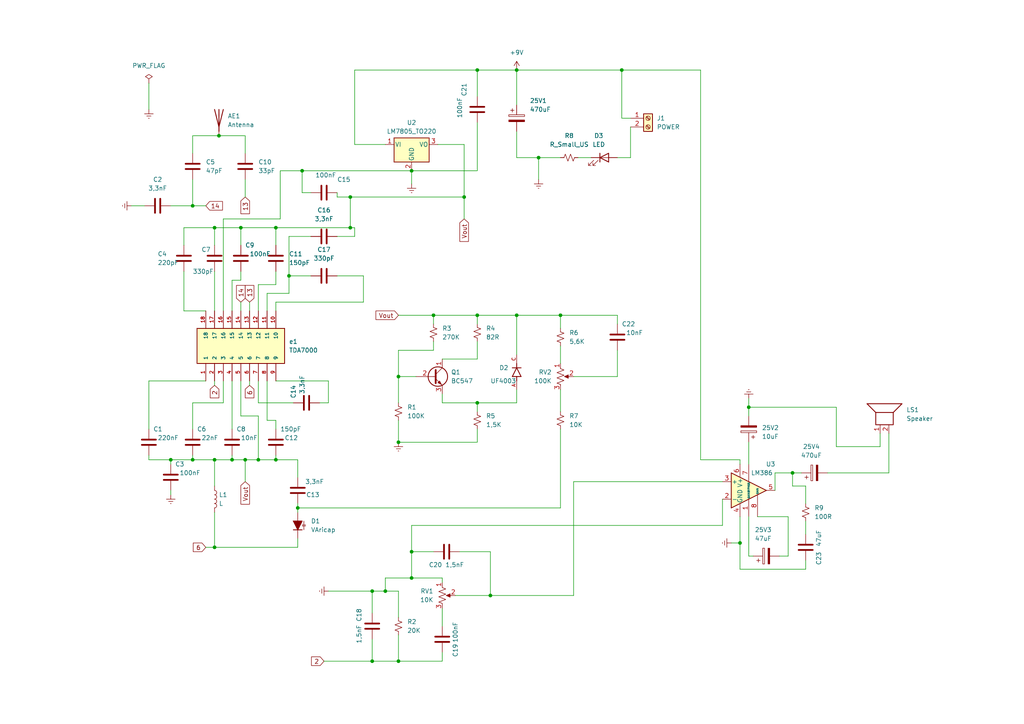
<source format=kicad_sch>
(kicad_sch (version 20230121) (generator eeschema)
  (paper "A4")
  (title_block (title "Fm Radio Receiver Module") (date "15.12.2023") (rev "1.0") (company "by Muxtar_Safarov"))
  (lib_symbols
    (symbol "Amplifier_Audio:LM386" (pin_names (offset 0.127))
      (property "Reference" "U" (at 1.27 7.62 0))
      (property "Value" "LM386" (at 1.27 5.08 0))
      (symbol "LM386_0_1"
        (polyline (pts (xy 5.08 0) (xy -5.08 5.08) (xy -5.08 -5.08) (xy 5.08 0)) (stroke (width 0.254)) (fill (type background)))
      )
      (symbol "LM386_1_1"
        (pin input line (at 0 -7.62 90) (length 5.08) (name "GAIN") (number "1"))
        (pin input line (at -7.62 -2.54 0) (length 2.54) (name "-") (number "2"))
        (pin input line (at -7.62 2.54 0) (length 2.54) (name "+") (number "3"))
        (pin power_in line (at -2.54 -7.62 90) (length 3.81) (name "GND") (number "4"))
        (pin output line (at 7.62 0 180) (length 2.54) (name "~") (number "5"))
        (pin power_in line (at -2.54 7.62 270) (length 3.81) (name "V+") (number "6"))
        (pin input line (at 0 7.62 270) (length 5.08) (name "BYPASS") (number "7"))
        (pin input line (at 2.54 -7.62 90) (length 6.35) (name "GAIN") (number "8"))
      )
    )
    (symbol "Connector:Screw_Terminal_01x02" (pin_names (offset 1.016) hide)
      (property "Reference" "J" (at 0 2.54 0))
      (property "Value" "Screw_Terminal_01x02" (at 0 -5.08 0))
      (symbol "Screw_Terminal_01x02_1_1"
        (rectangle (start -1.27 1.27) (end 1.27 -3.81) (stroke (width 0.254)) (fill (type background)))
        (circle (center 0 -2.54) (radius 0.635) (stroke (width 0.1524)))
        (polyline (pts (xy -0.5334 -2.2098) (xy 0.3302 -3.048)) (stroke (width 0.1524)))
        (polyline (pts (xy -0.5334 0.3302) (xy 0.3302 -0.508)) (stroke (width 0.1524)))
        (polyline (pts (xy -0.3556 -2.032) (xy 0.508 -2.8702)) (stroke (width 0.1524)))
        (polyline (pts (xy -0.3556 0.508) (xy 0.508 -0.3302)) (stroke (width 0.1524)))
        (circle (center 0 0) (radius 0.635) (stroke (width 0.1524)))
        (pin passive line (at -5.08 0 0) (length 3.81) (name "Pin_1") (number "1"))
        (pin passive line (at -5.08 -2.54 0) (length 3.81) (name "Pin_2") (number "2"))
      )
    )
    (symbol "Device:Antenna" (pin_numbers hide) (pin_names (offset 1.016) hide)
      (property "Reference" "AE" (at -1.905 1.905 0))
      (property "Value" "Antenna" (at -1.905 0 0))
      (symbol "Antenna_0_1"
        (polyline (pts (xy 0 2.54) (xy 0 -3.81)) (stroke (width 0.254)))
        (polyline (pts (xy 1.27 2.54) (xy 0 -2.54) (xy -1.27 2.54)) (stroke (width 0.254)))
      )
      (symbol "Antenna_1_1"
        (pin input line (at 0 -5.08 90) (length 2.54) (name "A") (number "1"))
      )
    )
    (symbol "Device:C" (pin_numbers hide) (pin_names (offset 0.254))
      (property "Reference" "C" (at 0.635 2.54 0))
      (property "Value" "C" (at 0.635 -2.54 0))
      (symbol "C_0_1"
        (polyline (pts (xy -2.032 -0.762) (xy 2.032 -0.762)) (stroke (width 0.508)))
        (polyline (pts (xy -2.032 0.762) (xy 2.032 0.762)) (stroke (width 0.508)))
      )
      (symbol "C_1_1"
        (pin passive line (at 0 3.81 270) (length 2.794) (name "~") (number "1"))
        (pin passive line (at 0 -3.81 90) (length 2.794) (name "~") (number "2"))
      )
    )
    (symbol "Device:C_Polarized" (pin_numbers hide) (pin_names (offset 0.254))
      (property "Reference" "C" (at 0.635 2.54 0))
      (property "Value" "C_Polarized" (at 0.635 -2.54 0))
      (symbol "C_Polarized_0_1"
        (rectangle (start -2.286 0.508) (end 2.286 1.016))
        (polyline (pts (xy -1.778 2.286) (xy -0.762 2.286)))
        (polyline (pts (xy -1.27 2.794) (xy -1.27 1.778)))
        (rectangle (start 2.286 -0.508) (end -2.286 -1.016) (fill (type outline)))
      )
      (symbol "C_Polarized_1_1"
        (pin passive line (at 0 3.81 270) (length 2.794) (name "~") (number "1"))
        (pin passive line (at 0 -3.81 90) (length 2.794) (name "~") (number "2"))
      )
    )
    (symbol "Device:D_Capacitance_Filled" (pin_numbers hide) (pin_names (offset 1.016) hide)
      (property "Reference" "D" (at 0 2.54 0))
      (property "Value" "D_Capacitance_Filled" (at 0 -3.302 0))
      (symbol "D_Capacitance_Filled_0_1"
        (polyline (pts (xy -1.27 -1.778) (xy -0.1524 -1.778)))
        (polyline (pts (xy -1.27 0) (xy 1.27 0)))
        (polyline (pts (xy -1.27 1.27) (xy -1.27 -1.27)) (stroke (width 0.254)))
        (polyline (pts (xy -0.1524 -1.27) (xy -0.1524 -2.286)))
        (polyline (pts (xy 0.1524 -1.778) (xy 1.27 -1.778)))
        (polyline (pts (xy 0.1524 -1.27) (xy 0.1524 -2.286)))
        (polyline (pts (xy 1.27 1.27) (xy 1.27 -1.27) (xy -1.27 0) (xy 1.27 1.27)) (stroke (width 0.254)) (fill (type outline)))
      )
      (symbol "D_Capacitance_Filled_1_1"
        (pin passive line (at -3.81 0 0) (length 2.54) (name "K") (number "1"))
        (pin passive line (at 3.81 0 180) (length 2.54) (name "A") (number "2"))
      )
    )
    (symbol "Device:L" (pin_numbers hide) (pin_names (offset 1.016) hide)
      (property "Reference" "L" (at -1.27 0 90))
      (property "Value" "L" (at 1.905 0 90))
      (symbol "L_0_1"
        (arc (start 0 -2.54) (mid 0.6323 -1.905) (end 0 -1.27))
        (arc (start 0 -1.27) (mid 0.6323 -0.635) (end 0 0))
        (arc (start 0 0) (mid 0.6323 0.635) (end 0 1.27))
        (arc (start 0 1.27) (mid 0.6323 1.905) (end 0 2.54))
      )
      (symbol "L_1_1"
        (pin passive line (at 0 3.81 270) (length 1.27) (name "1") (number "1"))
        (pin passive line (at 0 -3.81 90) (length 1.27) (name "2") (number "2"))
      )
    )
    (symbol "Device:LED" (pin_numbers hide) (pin_names (offset 1.016) hide)
      (property "Reference" "D" (at 0 2.54 0))
      (property "Value" "LED" (at 0 -2.54 0))
      (symbol "LED_0_1"
        (polyline (pts (xy -1.27 -1.27) (xy -1.27 1.27)) (stroke (width 0.254)))
        (polyline (pts (xy -1.27 0) (xy 1.27 0)))
        (polyline (pts (xy 1.27 -1.27) (xy 1.27 1.27) (xy -1.27 0) (xy 1.27 -1.27)) (stroke (width 0.254)))
        (polyline (pts (xy -3.048 -0.762) (xy -4.572 -2.286) (xy -3.81 -2.286) (xy -4.572 -2.286) (xy -4.572 -1.524)))
        (polyline (pts (xy -1.778 -0.762) (xy -3.302 -2.286) (xy -2.54 -2.286) (xy -3.302 -2.286) (xy -3.302 -1.524)))
      )
      (symbol "LED_1_1"
        (pin passive line (at -3.81 0 0) (length 2.54) (name "K") (number "1"))
        (pin passive line (at 3.81 0 180) (length 2.54) (name "A") (number "2"))
      )
    )
    (symbol "Device:R_Potentiometer_US" (pin_names (offset 1.016) hide)
      (property "Reference" "RV" (at -4.445 0 90))
      (property "Value" "R_Potentiometer_US" (at -2.54 0 90))
      (symbol "R_Potentiometer_US_0_1"
        (polyline (pts (xy 0 -2.286) (xy 0 -2.54)))
        (polyline (pts (xy 0 2.54) (xy 0 2.286)))
        (polyline (pts (xy 2.54 0) (xy 1.524 0)))
        (polyline (pts (xy 1.143 0) (xy 2.286 0.508) (xy 2.286 -0.508) (xy 1.143 0)) (fill (type outline)))
        (polyline (pts (xy 0 -0.762) (xy 1.016 -1.143) (xy 0 -1.524) (xy -1.016 -1.905) (xy 0 -2.286)))
        (polyline (pts (xy 0 0.762) (xy 1.016 0.381) (xy 0 0) (xy -1.016 -0.381) (xy 0 -0.762)))
        (polyline (pts (xy 0 2.286) (xy 1.016 1.905) (xy 0 1.524) (xy -1.016 1.143) (xy 0 0.762)))
      )
      (symbol "R_Potentiometer_US_1_1"
        (pin passive line (at 0 3.81 270) (length 1.27) (name "1") (number "1"))
        (pin passive line (at 3.81 0 180) (length 1.27) (name "2") (number "2"))
        (pin passive line (at 0 -3.81 90) (length 1.27) (name "3") (number "3"))
      )
    )
    (symbol "Device:R_Small_US" (pin_numbers hide) (pin_names (offset 0.254) hide)
      (property "Reference" "R" (at 0.762 0.508 0))
      (property "Value" "R_Small_US" (at 0.762 -1.016 0))
      (symbol "R_Small_US_1_1"
        (polyline (pts (xy 0 0) (xy 1.016 -0.381) (xy 0 -0.762) (xy -1.016 -1.143) (xy 0 -1.524)))
        (polyline (pts (xy 0 1.524) (xy 1.016 1.143) (xy 0 0.762) (xy -1.016 0.381) (xy 0 0)))
        (pin passive line (at 0 2.54 270) (length 1.016) (name "~") (number "1"))
        (pin passive line (at 0 -2.54 90) (length 1.016) (name "~") (number "2"))
      )
    )
    (symbol "Device:Speaker" (pin_names (offset 0) hide)
      (property "Reference" "LS" (at 1.27 5.715 0))
      (property "Value" "Speaker" (at 1.27 3.81 0))
      (symbol "Speaker_0_0"
        (rectangle (start -2.54 1.27) (end 1.016 -3.81) (stroke (width 0.254)))
        (polyline (pts (xy 1.016 1.27) (xy 3.556 3.81) (xy 3.556 -6.35) (xy 1.016 -3.81)) (stroke (width 0.254)))
      )
      (symbol "Speaker_1_1"
        (pin input line (at -5.08 0 0) (length 2.54) (name "1") (number "1"))
        (pin input line (at -5.08 -2.54 0) (length 2.54) (name "2") (number "2"))
      )
    )
    (symbol "Regulator_Linear:LM7805_TO220" (pin_names (offset 0.254))
      (property "Reference" "U" (at -3.81 3.175 0))
      (property "Value" "LM7805_TO220" (at 0 3.175 0))
      (symbol "LM7805_TO220_0_1"
        (rectangle (start -5.08 1.905) (end 5.08 -5.08) (stroke (width 0.254)) (fill (type background)))
      )
      (symbol "LM7805_TO220_1_1"
        (pin power_in line (at -7.62 0 0) (length 2.54) (name "VI") (number "1"))
        (pin power_in line (at 0 -7.62 90) (length 2.54) (name "GND") (number "2"))
        (pin power_out line (at 7.62 0 180) (length 2.54) (name "VO") (number "3"))
      )
    )
    (symbol "TDA7000:TDA7000" (pin_names (offset 1.016))
      (property "Reference" "U" (at -5.0804 12.7009 0))
      (property "Value" "TDA7000" (at -5.0888 -15.2665 0))
      (symbol "TDA7000_0_0"
        (rectangle (start -5.08 -12.7) (end 5.08 12.7) (stroke (width 0.254)) (fill (type background)))
        (pin bidirectional line (at -10.16 10.16 0) (length 5.08) (name "1") (number "1"))
        (pin bidirectional line (at 10.16 -10.16 180) (length 5.08) (name "10") (number "10"))
        (pin bidirectional line (at 10.16 -7.62 180) (length 5.08) (name "11") (number "11"))
        (pin bidirectional line (at 10.16 -5.08 180) (length 5.08) (name "12") (number "12"))
        (pin bidirectional line (at 10.16 -2.54 180) (length 5.08) (name "13") (number "13"))
        (pin bidirectional line (at 10.16 0 180) (length 5.08) (name "14") (number "14"))
        (pin bidirectional line (at 10.16 2.54 180) (length 5.08) (name "15") (number "15"))
        (pin bidirectional line (at 10.16 5.08 180) (length 5.08) (name "16") (number "16"))
        (pin bidirectional line (at 10.16 7.62 180) (length 5.08) (name "17") (number "17"))
        (pin bidirectional line (at 10.16 10.16 180) (length 5.08) (name "18") (number "18"))
        (pin bidirectional line (at -10.16 7.62 0) (length 5.08) (name "2") (number "2"))
        (pin bidirectional line (at -10.16 5.08 0) (length 5.08) (name "3") (number "3"))
        (pin bidirectional line (at -10.16 2.54 0) (length 5.08) (name "4") (number "4"))
        (pin bidirectional line (at -10.16 0 0) (length 5.08) (name "5") (number "5"))
        (pin bidirectional line (at -10.16 -2.54 0) (length 5.08) (name "6") (number "6"))
        (pin bidirectional line (at -10.16 -5.08 0) (length 5.08) (name "7") (number "7"))
        (pin bidirectional line (at -10.16 -7.62 0) (length 5.08) (name "8") (number "8"))
        (pin bidirectional line (at -10.16 -10.16 0) (length 5.08) (name "9") (number "9"))
      )
    )
    (symbol "Transistor_BJT:BC547" (pin_names (offset 0) hide)
      (property "Reference" "Q" (at 5.08 1.905 0))
      (property "Value" "BC547" (at 5.08 0 0))
      (symbol "BC547_0_1"
        (polyline (pts (xy 0 0) (xy 0.635 0)))
        (polyline (pts (xy 0.635 0.635) (xy 2.54 2.54)))
        (polyline (pts (xy 0.635 -0.635) (xy 2.54 -2.54) (xy 2.54 -2.54)))
        (polyline (pts (xy 0.635 1.905) (xy 0.635 -1.905) (xy 0.635 -1.905)) (stroke (width 0.508)))
        (polyline (pts (xy 1.27 -1.778) (xy 1.778 -1.27) (xy 2.286 -2.286) (xy 1.27 -1.778) (xy 1.27 -1.778)) (fill (type outline)))
        (circle (center 1.27 0) (radius 2.8194) (stroke (width 0.254)))
      )
      (symbol "BC547_1_1"
        (pin passive line (at 2.54 5.08 270) (length 2.54) (name "C") (number "1"))
        (pin input line (at -5.08 0 0) (length 5.08) (name "B") (number "2"))
        (pin passive line (at 2.54 -5.08 90) (length 2.54) (name "E") (number "3"))
      )
    )
    (symbol "UF4003:UF4003" (pin_names (offset 1.016))
      (property "Reference" "D" (at -5.08 2.54 0))
      (property "Value" "UF4003" (at -5.08 -3.81 0))
      (symbol "UF4003_0_0"
        (polyline (pts (xy -2.54 0) (xy -1.27 0)) (stroke (width 0.254)))
        (polyline (pts (xy -1.27 -1.27) (xy 1.27 0)) (stroke (width 0.254)))
        (polyline (pts (xy -1.27 0) (xy -1.27 -1.27)) (stroke (width 0.254)))
        (polyline (pts (xy -1.27 1.27) (xy -1.27 0)) (stroke (width 0.254)))
        (polyline (pts (xy 1.27 0) (xy -1.27 1.27)) (stroke (width 0.254)))
        (polyline (pts (xy 1.27 0) (xy 1.27 -1.27)) (stroke (width 0.254)))
        (polyline (pts (xy 1.27 0) (xy 2.54 0)) (stroke (width 0.254)))
        (polyline (pts (xy 1.27 1.27) (xy 1.27 0)) (stroke (width 0.254)))
        (pin passive line (at -5.08 0 0) (length 2.54) (name "~") (number "A"))
        (pin passive line (at 5.08 0 180) (length 2.54) (name "~") (number "C"))
      )
    )
    (symbol "power:+9V" (power) (pin_names (offset 0))
      (property "Value" "+9V" (at 0 3.556 0))
      (symbol "+9V_0_1"
        (polyline (pts (xy -0.762 1.27) (xy 0 2.54)))
        (polyline (pts (xy 0 0) (xy 0 2.54)))
        (polyline (pts (xy 0 2.54) (xy 0.762 1.27)))
      )
      (symbol "+9V_1_1"
        (pin power_in line (at 0 0 90) (length 0) hide (name "+9V") (number "1"))
      )
    )
    (symbol "power:Earth" (power) (pin_names (offset 0))
      (symbol "Earth_0_1"
        (polyline (pts (xy -0.635 -1.905) (xy 0.635 -1.905)))
        (polyline (pts (xy -0.127 -2.54) (xy 0.127 -2.54)))
        (polyline (pts (xy 0 -1.27) (xy 0 0)))
        (polyline (pts (xy 1.27 -1.27) (xy -1.27 -1.27)))
      )
      (symbol "Earth_1_1"
        (pin power_in line (at 0 0 270) (length 0) hide (name "Earth") (number "1"))
      )
    )
    (symbol "power:PWR_FLAG" (power) (pin_numbers hide) (pin_names (offset 0) hide)
      (property "Value" "PWR_FLAG" (at 0 3.81 0))
      (symbol "PWR_FLAG_0_0"
        (pin power_out line (at 0 0 90) (length 0) (name "pwr") (number "1"))
      )
      (symbol "PWR_FLAG_0_1"
        (polyline (pts (xy 0 0) (xy 0 1.27) (xy -1.016 1.905) (xy 0 2.54) (xy 1.016 1.905) (xy 0 1.27)))
      )
    )
  )
  (junction (at 67.31 133.35))
  (junction (at 119.38 160.02))
  (junction (at 229.87 137.16))
  (junction (at 86.36 147.32))
  (junction (at 111.76 171.45))
  (junction (at 125.73 91.44))
  (junction (at 115.57 109.22))
  (junction (at 80.01 66.04))
  (junction (at 55.88 59.69))
  (junction (at 138.43 20.32))
  (junction (at 119.38 167.64))
  (junction (at 214.63 157.48))
  (junction (at 119.38 49.53))
  (junction (at 149.86 91.44))
  (junction (at 142.24 172.72))
  (junction (at 115.57 128.27))
  (junction (at 83.82 80.01))
  (junction (at 80.01 133.35))
  (junction (at 134.62 57.15))
  (junction (at 115.57 191.77))
  (junction (at 69.85 66.04))
  (junction (at 74.93 133.35))
  (junction (at 62.23 158.75))
  (junction (at 162.56 91.44))
  (junction (at 107.95 191.77))
  (junction (at 149.86 20.32))
  (junction (at 156.21 45.72))
  (junction (at 138.43 116.84))
  (junction (at 180.34 20.32))
  (junction (at 107.95 171.45))
  (junction (at 217.17 118.11))
  (junction (at 63.5 39.37))
  (junction (at 101.6 57.15))
  (junction (at 101.6 66.04))
  (junction (at 138.43 91.44))
  (junction (at 87.63 49.53))
  (junction (at 62.23 133.35))
  (junction (at 71.12 133.35))
  (junction (at 55.88 133.35))
  (junction (at 49.53 133.35))
  (junction (at 62.23 66.04))
  (wire (pts (xy 81.28 49.53) (xy 87.63 49.53)))
  (wire (pts (xy 64.77 63.5) (xy 81.28 63.5)))
  (wire (pts (xy 233.68 151.13) (xy 233.68 154.94)))
  (wire (pts (xy 72.39 110.49) (xy 72.39 111.76)))
  (wire (pts (xy 62.23 158.75) (xy 59.69 158.75)))
  (wire (pts (xy 224.79 137.16) (xy 224.79 142.24)))
  (wire (pts (xy 69.85 110.49) (xy 69.85 120.65)))
  (wire (pts (xy 64.77 110.49) (xy 64.77 116.84)))
  (wire (pts (xy 217.17 128.27) (xy 217.17 134.62)))
  (wire (pts (xy 166.37 172.72) (xy 142.24 172.72)))
  (wire (pts (xy 138.43 20.32) (xy 138.43 27.94)))
  (wire (pts (xy 257.81 137.16) (xy 257.81 125.73)))
  (wire (pts (xy 134.62 57.15) (xy 134.62 63.5)))
  (wire (pts (xy 83.82 85.09) (xy 77.47 85.09)))
  (wire (pts (xy 125.73 99.06) (xy 125.73 101.6)))
  (wire (pts (xy 81.28 63.5) (xy 81.28 49.53)))
  (wire (pts (xy 107.95 171.45) (xy 107.95 177.8)))
  (wire (pts (xy 115.57 109.22) (xy 115.57 116.84)))
  (wire (pts (xy 55.88 59.69) (xy 59.69 59.69)))
  (wire (pts (xy 83.82 80.01) (xy 83.82 85.09)))
  (wire (pts (xy 80.01 71.12) (xy 80.01 66.04)))
  (wire (pts (xy 93.98 191.77) (xy 107.95 191.77)))
  (wire (pts (xy 77.47 110.49) (xy 77.47 121.92)))
  (wire (pts (xy 255.27 125.73) (xy 255.27 129.54)))
  (wire (pts (xy 149.86 91.44) (xy 138.43 91.44)))
  (wire (pts (xy 115.57 179.07) (xy 115.57 171.45)))
  (wire (pts (xy 71.12 133.35) (xy 71.12 139.7)))
  (wire (pts (xy 55.88 116.84) (xy 55.88 124.46)))
  (wire (pts (xy 62.23 66.04) (xy 62.23 71.12)))
  (wire (pts (xy 95.25 171.45) (xy 107.95 171.45)))
  (wire (pts (xy 138.43 49.53) (xy 119.38 49.53)))
  (wire (pts (xy 74.93 116.84) (xy 85.09 116.84)))
  (wire (pts (xy 105.41 80.01) (xy 105.41 87.63)))
  (wire (pts (xy 111.76 167.64) (xy 111.76 171.45)))
  (wire (pts (xy 95.25 116.84) (xy 92.71 116.84)))
  (wire (pts (xy 128.27 176.53) (xy 128.27 181.61)))
  (wire (pts (xy 149.86 91.44) (xy 162.56 91.44)))
  (wire (pts (xy 214.63 133.35) (xy 203.2 133.35)))
  (wire (pts (xy 182.88 45.72) (xy 179.07 45.72)))
  (wire (pts (xy 102.87 41.91) (xy 111.76 41.91)))
  (wire (pts (xy 80.01 78.74) (xy 80.01 82.55)))
  (wire (pts (xy 62.23 148.59) (xy 62.23 158.75)))
  (wire (pts (xy 138.43 91.44) (xy 125.73 91.44)))
  (wire (pts (xy 86.36 146.05) (xy 86.36 147.32)))
  (wire (pts (xy 101.6 57.15) (xy 101.6 66.04)))
  (wire (pts (xy 53.34 66.04) (xy 62.23 66.04)))
  (wire (pts (xy 115.57 101.6) (xy 115.57 109.22)))
  (wire (pts (xy 71.12 39.37) (xy 63.5 39.37)))
  (wire (pts (xy 149.86 102.87) (xy 149.86 91.44)))
  (wire (pts (xy 102.87 20.32) (xy 102.87 41.91)))
  (wire (pts (xy 67.31 133.35) (xy 71.12 133.35)))
  (wire (pts (xy 43.18 110.49) (xy 43.18 124.46)))
  (wire (pts (xy 55.88 44.45) (xy 55.88 39.37)))
  (wire (pts (xy 62.23 110.49) (xy 62.23 111.76)))
  (wire (pts (xy 67.31 81.28) (xy 67.31 90.17)))
  (wire (pts (xy 182.88 36.83) (xy 182.88 45.72)))
  (wire (pts (xy 55.88 133.35) (xy 62.23 133.35)))
  (wire (pts (xy 43.18 24.13) (xy 43.18 31.75)))
  (wire (pts (xy 107.95 191.77) (xy 115.57 191.77)))
  (wire (pts (xy 128.27 168.91) (xy 128.27 167.64)))
  (wire (pts (xy 162.56 91.44) (xy 179.07 91.44)))
  (wire (pts (xy 107.95 185.42) (xy 107.95 191.77)))
  (wire (pts (xy 214.63 165.1) (xy 233.68 165.1)))
  (wire (pts (xy 115.57 171.45) (xy 111.76 171.45)))
  (wire (pts (xy 69.85 71.12) (xy 69.85 66.04)))
  (wire (pts (xy 217.17 115.57) (xy 217.17 118.11)))
  (wire (pts (xy 67.31 132.08) (xy 67.31 133.35)))
  (wire (pts (xy 86.36 138.43) (xy 86.36 133.35)))
  (wire (pts (xy 97.79 68.58) (xy 102.87 68.58)))
  (wire (pts (xy 69.85 66.04) (xy 62.23 66.04)))
  (wire (pts (xy 55.88 132.08) (xy 55.88 133.35)))
  (wire (pts (xy 149.86 38.1) (xy 149.86 45.72)))
  (wire (pts (xy 77.47 85.09) (xy 77.47 90.17)))
  (wire (pts (xy 209.55 144.78) (xy 209.55 152.4)))
  (wire (pts (xy 179.07 101.6) (xy 179.07 109.22)))
  (wire (pts (xy 240.03 137.16) (xy 257.81 137.16)))
  (wire (pts (xy 80.01 82.55) (xy 74.93 82.55)))
  (wire (pts (xy 80.01 121.92) (xy 80.01 124.46)))
  (wire (pts (xy 228.6 149.86) (xy 228.6 161.29)))
  (wire (pts (xy 149.86 113.03) (xy 149.86 116.84)))
  (wire (pts (xy 90.17 80.01) (xy 83.82 80.01)))
  (wire (pts (xy 128.27 189.23) (xy 128.27 191.77)))
  (wire (pts (xy 74.93 110.49) (xy 74.93 116.84)))
  (wire (pts (xy 133.35 160.02) (xy 142.24 160.02)))
  (wire (pts (xy 180.34 20.32) (xy 180.34 34.29)))
  (wire (pts (xy 72.39 87.63) (xy 72.39 90.17)))
  (wire (pts (xy 102.87 68.58) (xy 102.87 66.04)))
  (wire (pts (xy 125.73 160.02) (xy 119.38 160.02)))
  (wire (pts (xy 86.36 147.32) (xy 86.36 148.59)))
  (wire (pts (xy 86.36 156.21) (xy 86.36 158.75)))
  (wire (pts (xy 55.88 39.37) (xy 63.5 39.37)))
  (wire (pts (xy 128.27 116.84) (xy 138.43 116.84)))
  (wire (pts (xy 49.53 142.24) (xy 49.53 143.51)))
  (wire (pts (xy 162.56 91.44) (xy 162.56 95.25)))
  (wire (pts (xy 162.56 147.32) (xy 86.36 147.32)))
  (wire (pts (xy 149.86 45.72) (xy 156.21 45.72)))
  (wire (pts (xy 232.41 137.16) (xy 229.87 137.16)))
  (wire (pts (xy 233.68 165.1) (xy 233.68 162.56)))
  (wire (pts (xy 59.69 110.49) (xy 43.18 110.49)))
  (wire (pts (xy 149.86 30.48) (xy 149.86 20.32)))
  (wire (pts (xy 167.64 45.72) (xy 171.45 45.72)))
  (wire (pts (xy 71.12 52.07) (xy 71.12 57.15)))
  (wire (pts (xy 95.25 110.49) (xy 95.25 116.84)))
  (wire (pts (xy 119.38 152.4) (xy 119.38 160.02)))
  (wire (pts (xy 115.57 109.22) (xy 120.65 109.22)))
  (wire (pts (xy 102.87 66.04) (xy 101.6 66.04)))
  (wire (pts (xy 97.79 57.15) (xy 101.6 57.15)))
  (wire (pts (xy 86.36 158.75) (xy 62.23 158.75)))
  (wire (pts (xy 115.57 91.44) (xy 125.73 91.44)))
  (wire (pts (xy 162.56 124.46) (xy 162.56 147.32)))
  (wire (pts (xy 156.21 45.72) (xy 162.56 45.72)))
  (wire (pts (xy 233.68 140.97) (xy 229.87 140.97)))
  (wire (pts (xy 62.23 140.97) (xy 62.23 133.35)))
  (wire (pts (xy 149.86 20.32) (xy 180.34 20.32)))
  (wire (pts (xy 80.01 132.08) (xy 80.01 133.35)))
  (wire (pts (xy 69.85 78.74) (xy 69.85 81.28)))
  (wire (pts (xy 182.88 34.29) (xy 180.34 34.29)))
  (wire (pts (xy 64.77 90.17) (xy 64.77 63.5)))
  (wire (pts (xy 229.87 140.97) (xy 229.87 137.16)))
  (wire (pts (xy 87.63 49.53) (xy 87.63 55.88)))
  (wire (pts (xy 74.93 82.55) (xy 74.93 90.17)))
  (wire (pts (xy 149.86 20.32) (xy 138.43 20.32)))
  (wire (pts (xy 115.57 184.15) (xy 115.57 191.77)))
  (wire (pts (xy 53.34 71.12) (xy 53.34 66.04)))
  (wire (pts (xy 242.57 129.54) (xy 255.27 129.54)))
  (wire (pts (xy 162.56 100.33) (xy 162.56 105.41)))
  (wire (pts (xy 87.63 55.88) (xy 90.17 55.88)))
  (wire (pts (xy 156.21 45.72) (xy 156.21 52.07)))
  (wire (pts (xy 80.01 87.63) (xy 80.01 90.17)))
  (wire (pts (xy 55.88 52.07) (xy 55.88 59.69)))
  (wire (pts (xy 128.27 191.77) (xy 115.57 191.77)))
  (wire (pts (xy 138.43 104.14) (xy 138.43 99.06)))
  (wire (pts (xy 142.24 160.02) (xy 142.24 172.72)))
  (wire (pts (xy 74.93 133.35) (xy 71.12 133.35)))
  (wire (pts (xy 49.53 133.35) (xy 49.53 134.62)))
  (wire (pts (xy 105.41 87.63) (xy 80.01 87.63)))
  (wire (pts (xy 67.31 110.49) (xy 67.31 124.46)))
  (wire (pts (xy 115.57 121.92) (xy 115.57 128.27)))
  (wire (pts (xy 80.01 66.04) (xy 69.85 66.04)))
  (wire (pts (xy 149.86 116.84) (xy 138.43 116.84)))
  (wire (pts (xy 43.18 132.08) (xy 43.18 133.35)))
  (wire (pts (xy 83.82 68.58) (xy 83.82 80.01)))
  (wire (pts (xy 217.17 118.11) (xy 217.17 120.65)))
  (wire (pts (xy 69.85 81.28) (xy 67.31 81.28)))
  (wire (pts (xy 119.38 49.53) (xy 119.38 53.34)))
  (wire (pts (xy 179.07 93.98) (xy 179.07 91.44)))
  (wire (pts (xy 101.6 66.04) (xy 80.01 66.04)))
  (wire (pts (xy 53.34 78.74) (xy 53.34 90.17)))
  (wire (pts (xy 62.23 78.74) (xy 62.23 90.17)))
  (wire (pts (xy 77.47 121.92) (xy 80.01 121.92)))
  (wire (pts (xy 138.43 128.27) (xy 115.57 128.27)))
  (wire (pts (xy 138.43 116.84) (xy 138.43 119.38)))
  (wire (pts (xy 119.38 152.4) (xy 209.55 152.4)))
  (wire (pts (xy 53.34 90.17) (xy 59.69 90.17)))
  (wire (pts (xy 128.27 114.3) (xy 128.27 116.84)))
  (wire (pts (xy 242.57 129.54) (xy 242.57 118.11)))
  (wire (pts (xy 214.63 134.62) (xy 214.63 133.35)))
  (wire (pts (xy 179.07 109.22) (xy 166.37 109.22)))
  (wire (pts (xy 217.17 149.86) (xy 217.17 161.29)))
  (wire (pts (xy 242.57 118.11) (xy 217.17 118.11)))
  (wire (pts (xy 162.56 113.03) (xy 162.56 119.38)))
  (wire (pts (xy 203.2 20.32) (xy 180.34 20.32)))
  (wire (pts (xy 69.85 87.63) (xy 69.85 90.17)))
  (wire (pts (xy 214.63 157.48) (xy 214.63 165.1)))
  (wire (pts (xy 119.38 167.64) (xy 111.76 167.64)))
  (wire (pts (xy 209.55 139.7) (xy 166.37 139.7)))
  (wire (pts (xy 64.77 116.84) (xy 55.88 116.84)))
  (wire (pts (xy 97.79 57.15) (xy 97.79 55.88)))
  (wire (pts (xy 80.01 110.49) (xy 95.25 110.49)))
  (wire (pts (xy 125.73 91.44) (xy 125.73 93.98)))
  (wire (pts (xy 134.62 41.91) (xy 134.62 57.15)))
  (wire (pts (xy 138.43 35.56) (xy 138.43 49.53)))
  (wire (pts (xy 142.24 172.72) (xy 132.08 172.72)))
  (wire (pts (xy 62.23 133.35) (xy 67.31 133.35)))
  (wire (pts (xy 166.37 139.7) (xy 166.37 172.72)))
  (wire (pts (xy 119.38 49.53) (xy 87.63 49.53)))
  (wire (pts (xy 90.17 68.58) (xy 83.82 68.58)))
  (wire (pts (xy 111.76 171.45) (xy 107.95 171.45)))
  (wire (pts (xy 74.93 120.65) (xy 74.93 133.35)))
  (wire (pts (xy 125.73 101.6) (xy 115.57 101.6)))
  (wire (pts (xy 69.85 120.65) (xy 74.93 120.65)))
  (wire (pts (xy 97.79 80.01) (xy 105.41 80.01)))
  (wire (pts (xy 214.63 149.86) (xy 214.63 157.48)))
  (wire (pts (xy 102.87 20.32) (xy 138.43 20.32)))
  (wire (pts (xy 228.6 161.29) (xy 226.06 161.29)))
  (wire (pts (xy 217.17 161.29) (xy 218.44 161.29)))
  (wire (pts (xy 138.43 124.46) (xy 138.43 128.27)))
  (wire (pts (xy 134.62 57.15) (xy 101.6 57.15)))
  (wire (pts (xy 49.53 59.69) (xy 55.88 59.69)))
  (wire (pts (xy 119.38 160.02) (xy 119.38 167.64)))
  (wire (pts (xy 43.18 133.35) (xy 49.53 133.35)))
  (wire (pts (xy 128.27 104.14) (xy 138.43 104.14)))
  (wire (pts (xy 233.68 146.05) (xy 233.68 140.97)))
  (wire (pts (xy 203.2 133.35) (xy 203.2 20.32)))
  (wire (pts (xy 212.09 157.48) (xy 214.63 157.48)))
  (wire (pts (xy 80.01 133.35) (xy 74.93 133.35)))
  (wire (pts (xy 138.43 93.98) (xy 138.43 91.44)))
  (wire (pts (xy 49.53 133.35) (xy 55.88 133.35)))
  (wire (pts (xy 71.12 44.45) (xy 71.12 39.37)))
  (wire (pts (xy 86.36 133.35) (xy 80.01 133.35)))
  (wire (pts (xy 38.1 59.69) (xy 41.91 59.69)))
  (wire (pts (xy 119.38 167.64) (xy 128.27 167.64)))
  (wire (pts (xy 127 41.91) (xy 134.62 41.91)))
  (wire (pts (xy 229.87 137.16) (xy 224.79 137.16)))
  (wire (pts (xy 219.71 149.86) (xy 228.6 149.86)))
  (global_label "13" (shape input) (at 71.12 57.15 270) (property "Intersheetrefs" "${INTERSHEET_REFS}" (effects hide)))
  (global_label "6" (shape input) (at 59.69 158.75 180) (property "Intersheetrefs" "${INTERSHEET_REFS}" (effects hide)))
  (global_label "6" (shape input) (at 72.39 111.76 270) (property "Intersheetrefs" "${INTERSHEET_REFS}" (effects hide)))
  (global_label "Vout" (shape input) (at 134.62 63.5 270) (property "Intersheetrefs" "${INTERSHEET_REFS}" (effects hide)))
  (global_label "13" (shape input) (at 72.39 87.63 90) (property "Intersheetrefs" "${INTERSHEET_REFS}" (effects hide)))
  (global_label "2" (shape input) (at 93.98 191.77 180) (property "Intersheetrefs" "${INTERSHEET_REFS}" (effects hide)))
  (global_label "14" (shape input) (at 69.85 87.63 90) (property "Intersheetrefs" "${INTERSHEET_REFS}" (effects hide)))
  (global_label "Vout" (shape input) (at 71.12 139.7 270) (property "Intersheetrefs" "${INTERSHEET_REFS}" (effects hide)))
  (global_label "14" (shape input) (at 59.69 59.69 0) (property "Intersheetrefs" "${INTERSHEET_REFS}" (effects hide)))
  (global_label "Vout" (shape input) (at 115.57 91.44 180) (property "Intersheetrefs" "${INTERSHEET_REFS}" (effects hide)))
  (global_label "2" (shape input) (at 62.23 111.76 270) (property "Intersheetrefs" "${INTERSHEET_REFS}" (effects hide)))
  (symbol (lib_id "Connector:Screw_Terminal_01x02") (at 187.96 34.29 0) (unit 1)
    (property "Reference" "J1" (at 190.5 34.29 0) (effects (justify left)))
    (property "Value" "POWER" (at 190.5 36.83 0) (effects (justify left)))
    (property "Footprint" "TerminalBlock:TerminalBlock_bornier-2_P5.08mm" (effects hide))
  )
  (symbol (lib_id "power:Earth") (at 119.38 53.34 0) (unit 1)
    (property "Reference" "#PWR06" (effects hide))
    (property "Value" "Earth" (effects hide))
  )
  (symbol (lib_id "Device:C") (at 129.54 160.02 90) (unit 1)
    (property "Reference" "C20" (at 128.27 163.83 90) (effects (justify left)))
    (property "Value" "1,5nF" (at 134.62 163.83 90) (effects (justify left)))
    (property "Footprint" "Capacitor_THT:C_Disc_D7.5mm_W5.0mm_P7.50mm" (effects hide))
  )
  (symbol (lib_id "Device:LED") (at 175.26 45.72 0) (unit 1)
    (property "Reference" "D3" (at 173.6725 39.37 0))
    (property "Value" "LED" (at 173.6725 41.91 0))
    (property "Footprint" "LED_THT:LED_D5.0mm" (effects hide))
  )
  (symbol (lib_id "Device:R_Small_US") (at 165.1 45.72 90) (unit 1)
    (property "Reference" "R8" (at 165.1 39.37 90))
    (property "Value" "R_Small_US" (at 165.1 41.91 90))
    (property "Footprint" "Resistor_THT:R_Axial_DIN0414_L11.9mm_D4.5mm_P15.24mm_Horizontal" (effects hide))
  )
  (symbol (lib_id "Device:C") (at 179.07 97.79 0) (unit 1)
    (property "Reference" "C22" (at 180.34 93.98 0) (effects (justify left)))
    (property "Value" "10nF" (at 181.61 96.52 0) (effects (justify left)))
    (property "Footprint" "Capacitor_THT:C_Disc_D7.5mm_W5.0mm_P7.50mm" (effects hide))
  )
  (symbol (lib_id "Device:C") (at 138.43 31.75 0) (unit 1)
    (property "Reference" "C21" (at 134.62 27.94 90) (effects (justify left)))
    (property "Value" "100nF" (at 133.35 34.29 90) (effects (justify left)))
    (property "Footprint" "Capacitor_THT:C_Disc_D7.5mm_W5.0mm_P7.50mm" (effects hide))
  )
  (symbol (lib_id "UF4003:UF4003") (at 149.86 107.95 90) (unit 1)
    (property "Reference" "D2" (at 144.78 106.68 90) (effects (justify right)))
    (property "Value" "UF4003" (at 142.24 110.49 90) (effects (justify right)))
    (property "Footprint" "UF4003:DIOAD1055W87L533D272" (effects hide))
    (property "MF" "Diotec Semiconductor" (effects hide))
    (property "MAXIMUM_PACKAGE_HEIGHT" "2.72 mm" (effects hide))
    (property "Package" "DO-41 Diotec" (effects hide))
    (property "Price" "None" (effects hide))
    (property "Check_prices" "https://www.snapeda.com/parts/UF4003/Diotec/view-part/?ref=eda" (effects hide))
    (property "STANDARD" "IPC-7351B" (effects hide))
    (property "PARTREV" "N/A" (effects hide))
    (property "SnapEDA_Link" "https://www.snapeda.com/parts/UF4003/Diotec/view-part/?ref=snap" (effects hide))
    (property "MP" "UF4003" (effects hide))
    (property "Description" "\nUltrafast, DO-41, 200V, 1A, 50ns, 175°C\n" (effects hide))
    (property "Availability" "In Stock" (effects hide))
    (property "MANUFACTURER" "NTE" (effects hide))
  )
  (symbol (lib_id "Device:R_Small_US") (at 115.57 119.38 0) (unit 1)
    (property "Reference" "R1" (at 118.11 118.11 0) (effects (justify left)))
    (property "Value" "100K" (at 118.11 120.65 0) (effects (justify left)))
    (property "Footprint" "Resistor_THT:R_Axial_DIN0414_L11.9mm_D4.5mm_P15.24mm_Horizontal" (effects hide))
  )
  (symbol (lib_id "Device:C") (at 43.18 128.27 0) (unit 1)
    (property "Reference" "C1" (at 44.45 124.46 0) (effects (justify left)))
    (property "Value" "220nF" (at 45.72 127 0) (effects (justify left)))
    (property "Footprint" "Capacitor_THT:C_Disc_D7.5mm_W5.0mm_P7.50mm" (effects hide))
  )
  (symbol (lib_id "Device:C_Polarized") (at 236.22 137.16 90) (unit 1)
    (property "Reference" "25V4" (at 235.331 129.54 90))
    (property "Value" "470uF" (at 235.331 132.08 90))
    (property "Footprint" "Capacitor_THT:CP_Radial_D13.0mm_P7.50mm" (effects hide))
  )
  (symbol (lib_id "Device:Antenna") (at 63.5 34.29 0) (unit 1)
    (property "Reference" "AE1" (at 66.04 33.655 0) (effects (justify left)))
    (property "Value" "Antenna" (at 66.04 36.195 0) (effects (justify left)))
    (property "Footprint" "TerminalBlock_MetzConnect:TerminalBlock_MetzConnect_360271_1x01_Horizontal_ScrewM3.0_Boxed" (effects hide))
  )
  (symbol (lib_id "Device:C") (at 86.36 142.24 180) (unit 1)
    (property "Reference" "C13" (at 92.71 143.51 0) (effects (justify left)))
    (property "Value" "3,3nF" (at 93.98 139.7 0) (effects (justify left)))
    (property "Footprint" "Capacitor_THT:C_Disc_D7.5mm_W5.0mm_P7.50mm" (effects hide))
  )
  (symbol (lib_id "Device:C") (at 80.01 74.93 0) (unit 1)
    (property "Reference" "C11" (at 83.82 73.66 0) (effects (justify left)))
    (property "Value" "150pF" (at 83.82 76.2 0) (effects (justify left)))
    (property "Footprint" "Capacitor_THT:C_Disc_D7.5mm_W5.0mm_P7.50mm" (effects hide))
  )
  (symbol (lib_id "power:Earth") (at 212.09 157.48 270) (unit 1)
    (property "Reference" "#PWR09" (effects hide))
    (property "Value" "Earth" (effects hide))
  )
  (symbol (lib_id "Device:Speaker") (at 255.27 120.65 90) (unit 1)
    (property "Reference" "LS1" (at 262.89 118.872 90) (effects (justify right)))
    (property "Value" "Speaker" (at 262.89 121.412 90) (effects (justify right)))
    (property "Footprint" "Buzzer_Beeper:Indicator_PUI_AI-1440-TWT-24V-2-R" (effects hide))
  )
  (symbol (lib_id "power:+9V") (at 149.86 20.32 0) (unit 1)
    (property "Reference" "#PWR07" (effects hide))
    (property "Value" "+9V" (at 149.86 15.24 0))
  )
  (symbol (lib_id "Device:C_Polarized") (at 222.25 161.29 90) (unit 1)
    (property "Reference" "25V3" (at 221.361 153.67 90))
    (property "Value" "47uF" (at 221.361 156.21 90))
    (property "Footprint" "Capacitor_THT:CP_Radial_D13.0mm_P7.50mm" (effects hide))
  )
  (symbol (lib_id "Device:C") (at 67.31 128.27 0) (unit 1)
    (property "Reference" "C8" (at 68.58 124.46 0) (effects (justify left)))
    (property "Value" "10nF" (at 69.85 127 0) (effects (justify left)))
    (property "Footprint" "Capacitor_THT:C_Disc_D7.5mm_W5.0mm_P7.50mm" (effects hide))
  )
  (symbol (lib_id "Device:D_Capacitance_Filled") (at 86.36 152.4 90) (unit 1)
    (property "Reference" "D1" (at 90.17 151.13 90) (effects (justify right)))
    (property "Value" "VAricap" (at 90.17 153.67 90) (effects (justify right)))
    (property "Footprint" "Diode_THT:D_T-1_P12.70mm_Horizontal" (effects hide))
  )
  (symbol (lib_id "Device:C") (at 93.98 55.88 270) (unit 1)
    (property "Reference" "C15" (at 97.79 52.07 90) (effects (justify left)))
    (property "Value" "100nF" (at 91.44 50.8 90) (effects (justify left)))
    (property "Footprint" "Capacitor_THT:C_Disc_D7.5mm_W5.0mm_P7.50mm" (effects hide))
  )
  (symbol (lib_id "Device:R_Potentiometer_US") (at 128.27 172.72 0) (unit 1)
    (property "Reference" "RV1" (at 125.73 171.45 0) (effects (justify right)))
    (property "Value" "10K" (at 125.73 173.99 0) (effects (justify right)))
    (property "Footprint" "Potentiometer_THT:Potentiometer_Vishay_148-149_Single_Horizontal" (effects hide))
  )
  (symbol (lib_id "Device:C") (at 71.12 48.26 0) (unit 1)
    (property "Reference" "C10" (at 74.93 46.99 0) (effects (justify left)))
    (property "Value" "33pF" (at 74.93 49.53 0) (effects (justify left)))
    (property "Footprint" "Capacitor_THT:C_Disc_D7.5mm_W5.0mm_P7.50mm" (effects hide))
  )
  (symbol (lib_id "Device:R_Small_US") (at 125.73 96.52 0) (unit 1)
    (property "Reference" "R3" (at 128.27 95.25 0) (effects (justify left)))
    (property "Value" "270K" (at 128.27 97.79 0) (effects (justify left)))
    (property "Footprint" "Resistor_THT:R_Axial_DIN0414_L11.9mm_D4.5mm_P15.24mm_Horizontal" (effects hide))
  )
  (symbol (lib_id "power:Earth") (at 43.18 31.75 0) (unit 1)
    (property "Reference" "#PWR02" (effects hide))
    (property "Value" "Earth" (effects hide))
  )
  (symbol (lib_id "power:Earth") (at 115.57 128.27 0) (unit 1)
    (property "Reference" "#PWR05" (effects hide))
    (property "Value" "Earth" (effects hide))
  )
  (symbol (lib_id "TDA7000:TDA7000") (at 69.85 100.33 90) (unit 1)
    (property "Reference" "e1" (at 83.82 99.06 90) (effects (justify right)))
    (property "Value" "TDA7000" (at 83.82 101.6 90) (effects (justify right)))
    (property "Footprint" "Package_DIP:DIP-18_W7.62mm" (effects hide))
    (property "MF" "MCM Electronics" (effects hide))
    (property "Description" "\nFm Radio Receiver Ckt Philips IC 18-Pin DIP PHILIPS IC 18-PIN DIP FM RADIO RECEIVER CKT IC, Mono FM Radio Circuit\n" (effects hide))
    (property "PACKAGE" "DIP-18" (effects hide))
    (property "Price" "None" (effects hide))
    (property "Package" "DIP-18 MCM Electronics" (effects hide))
    (property "Check_prices" "https://www.snapeda.com/parts/TDA7000/MCM+Electronics/view-part/?ref=eda" (effects hide))
    (property "STANDARD" "IPC 7351B" (effects hide))
    (property "PARTREV" "MAY 1992" (effects hide))
    (property "SnapEDA_Link" "https://www.snapeda.com/parts/TDA7000/MCM+Electronics/view-part/?ref=snap" (effects hide))
    (property "MP" "TDA7000" (effects hide))
    (property "Availability" "Not in stock" (effects hide))
    (property "MANUFACTURER" "NXP (PHILIPS)" (effects hide))
  )
  (symbol (lib_id "Device:R_Small_US") (at 138.43 121.92 0) (unit 1)
    (property "Reference" "R5" (at 140.97 120.65 0) (effects (justify left)))
    (property "Value" "1,5K" (at 140.97 123.19 0) (effects (justify left)))
    (property "Footprint" "Resistor_THT:R_Axial_DIN0414_L11.9mm_D4.5mm_P15.24mm_Horizontal" (effects hide))
  )
  (symbol (lib_id "power:Earth") (at 38.1 59.69 270) (unit 1)
    (property "Reference" "#PWR01" (effects hide))
    (property "Value" "Earth" (effects hide))
  )
  (symbol (lib_id "Device:R_Small_US") (at 233.68 148.59 0) (unit 1)
    (property "Reference" "R9" (at 236.22 147.32 0) (effects (justify left)))
    (property "Value" "100R" (at 236.22 149.86 0) (effects (justify left)))
    (property "Footprint" "Resistor_THT:R_Axial_DIN0414_L11.9mm_D4.5mm_P15.24mm_Horizontal" (effects hide))
  )
  (symbol (lib_id "Device:C_Polarized") (at 149.86 34.29 0) (unit 1)
    (property "Reference" "25V1" (at 153.67 29.21 0) (effects (justify left)))
    (property "Value" "470uF" (at 153.67 31.75 0) (effects (justify left)))
    (property "Footprint" "Capacitor_THT:CP_Radial_D10.0mm_P7.50mm" (effects hide))
  )
  (symbol (lib_id "Device:C") (at 62.23 74.93 0) (unit 1)
    (property "Reference" "C7" (at 58.42 72.39 0) (effects (justify left)))
    (property "Value" "330pF" (at 55.88 78.74 0) (effects (justify left)))
    (property "Footprint" "Capacitor_THT:C_Disc_D7.5mm_W5.0mm_P7.50mm" (effects hide))
  )
  (symbol (lib_id "Device:C") (at 93.98 68.58 90) (unit 1)
    (property "Reference" "C16" (at 93.98 60.96 90))
    (property "Value" "3,3nF" (at 93.98 63.5 90))
    (property "Footprint" "Capacitor_THT:C_Disc_D7.5mm_W5.0mm_P7.50mm" (effects hide))
  )
  (symbol (lib_id "Device:C") (at 128.27 185.42 180) (unit 1)
    (property "Reference" "C19" (at 132.08 186.69 90) (effects (justify left)))
    (property "Value" "100nF" (at 132.08 180.34 90) (effects (justify left)))
    (property "Footprint" "Capacitor_THT:C_Disc_D7.5mm_W5.0mm_P7.50mm" (effects hide))
  )
  (symbol (lib_id "Device:L") (at 62.23 144.78 0) (unit 1)
    (property "Reference" "L1" (at 63.5 143.51 0) (effects (justify left)))
    (property "Value" "L" (at 63.5 146.05 0) (effects (justify left)))
    (property "Footprint" "Inductor_THT:L_Toroid_Horizontal_D12.7mm_P20.00mm_Diameter14-5mm_Amidon-T50" (effects hide))
  )
  (symbol (lib_id "Device:C") (at 55.88 48.26 0) (unit 1)
    (property "Reference" "C5" (at 59.69 46.99 0) (effects (justify left)))
    (property "Value" "47pF" (at 59.69 49.53 0) (effects (justify left)))
    (property "Footprint" "Capacitor_THT:C_Disc_D7.5mm_W5.0mm_P7.50mm" (effects hide))
  )
  (symbol (lib_id "Device:R_Small_US") (at 162.56 121.92 0) (unit 1)
    (property "Reference" "R7" (at 165.1 120.65 0) (effects (justify left)))
    (property "Value" "10K" (at 165.1 123.19 0) (effects (justify left)))
    (property "Footprint" "Resistor_THT:R_Axial_DIN0414_L11.9mm_D4.5mm_P15.24mm_Horizontal" (effects hide))
  )
  (symbol (lib_id "Device:R_Small_US") (at 138.43 96.52 0) (unit 1)
    (property "Reference" "R4" (at 140.97 95.25 0) (effects (justify left)))
    (property "Value" "82R" (at 140.97 97.79 0) (effects (justify left)))
    (property "Footprint" "Resistor_THT:R_Axial_DIN0414_L11.9mm_D4.5mm_P15.24mm_Horizontal" (effects hide))
  )
  (symbol (lib_id "Device:C") (at 53.34 74.93 0) (unit 1)
    (property "Reference" "C4" (at 45.72 73.66 0) (effects (justify left)))
    (property "Value" "220pF" (at 45.72 76.2 0) (effects (justify left)))
    (property "Footprint" "Capacitor_THT:C_Disc_D7.5mm_W5.0mm_P7.50mm" (effects hide))
  )
  (symbol (lib_id "Device:R_Potentiometer_US") (at 162.56 109.22 0) (unit 1)
    (property "Reference" "RV2" (at 160.02 107.95 0) (effects (justify right)))
    (property "Value" "100K" (at 160.02 110.49 0) (effects (justify right)))
    (property "Footprint" "Potentiometer_THT:Potentiometer_Vishay_148-149_Single_Horizontal" (effects hide))
  )
  (symbol (lib_id "Device:C") (at 107.95 181.61 0) (unit 1)
    (property "Reference" "C18" (at 104.14 180.34 90) (effects (justify left)))
    (property "Value" "1,5nF" (at 104.14 186.69 90) (effects (justify left)))
    (property "Footprint" "Capacitor_THT:C_Disc_D7.5mm_W5.0mm_P7.50mm" (effects hide))
  )
  (symbol (lib_id "Device:C_Polarized") (at 217.17 124.46 180) (unit 1)
    (property "Reference" "25V2" (at 220.98 124.079 0) (effects (justify right)))
    (property "Value" "10uF" (at 220.98 126.619 0) (effects (justify right)))
    (property "Footprint" "Capacitor_THT:CP_Radial_D13.0mm_P7.50mm" (effects hide))
  )
  (symbol (lib_id "power:Earth") (at 95.25 171.45 270) (unit 1)
    (property "Reference" "#PWR04" (effects hide))
    (property "Value" "Earth" (effects hide))
  )
  (symbol (lib_id "Regulator_Linear:LM7805_TO220") (at 119.38 41.91 0) (unit 1)
    (property "Reference" "U2" (at 119.38 35.56 0))
    (property "Value" "LM7805_TO220" (at 119.38 38.1 0))
    (property "Footprint" "Package_TO_SOT_THT:TO-220-3_Vertical" (effects hide))
    (property "Datasheet" "https://www.onsemi.cn/PowerSolutions/document/MC7800-D.PDF" (effects hide))
  )
  (symbol (lib_id "Device:C") (at 93.98 80.01 90) (unit 1)
    (property "Reference" "C17" (at 93.98 72.39 90))
    (property "Value" "330pF" (at 93.98 74.93 90))
    (property "Footprint" "Capacitor_THT:C_Disc_D7.5mm_W5.0mm_P7.50mm" (effects hide))
  )
  (symbol (lib_id "Device:C") (at 45.72 59.69 90) (unit 1)
    (property "Reference" "C2" (at 45.72 52.07 90))
    (property "Value" "3,3nF" (at 45.72 54.61 90))
    (property "Footprint" "Capacitor_THT:C_Disc_D7.5mm_W5.0mm_P7.50mm" (effects hide))
  )
  (symbol (lib_id "Device:C") (at 55.88 128.27 0) (unit 1)
    (property "Reference" "C6" (at 57.15 124.46 0) (effects (justify left)))
    (property "Value" "22nF" (at 58.42 127 0) (effects (justify left)))
    (property "Footprint" "Capacitor_THT:C_Disc_D7.5mm_W5.0mm_P7.50mm" (effects hide))
  )
  (symbol (lib_id "Device:C") (at 88.9 116.84 90) (unit 1)
    (property "Reference" "C14" (at 85.09 115.57 0) (effects (justify left)))
    (property "Value" "3,3nF" (at 87.63 114.3 0) (effects (justify left)))
    (property "Footprint" "Capacitor_THT:C_Disc_D7.5mm_W5.0mm_P7.50mm" (effects hide))
  )
  (symbol (lib_id "Device:C") (at 233.68 158.75 180) (unit 1)
    (property "Reference" "C23" (at 237.49 160.02 90) (effects (justify left)))
    (property "Value" "47uF" (at 237.49 153.67 90) (effects (justify left)))
    (property "Footprint" "Capacitor_THT:C_Disc_D7.5mm_W5.0mm_P7.50mm" (effects hide))
  )
  (symbol (lib_id "power:Earth") (at 217.17 115.57 180) (unit 1)
    (property "Reference" "#PWR010" (effects hide))
    (property "Value" "Earth" (effects hide))
  )
  (symbol (lib_id "Amplifier_Audio:LM386") (at 217.17 142.24 0) (unit 1)
    (property "Reference" "U3" (at 223.52 134.62 0))
    (property "Value" "LM386" (at 220.98 137.16 0))
    (property "Footprint" "Package_DIP:DIP-8_W7.62mm" (effects hide))
    (property "Datasheet" "http://www.ti.com/lit/ds/symlink/lm386.pdf" (effects hide))
  )
  (symbol (lib_id "Device:R_Small_US") (at 115.57 181.61 180) (unit 1)
    (property "Reference" "R2" (at 118.11 180.34 0) (effects (justify right)))
    (property "Value" "20K" (at 118.11 182.88 0) (effects (justify right)))
    (property "Footprint" "Resistor_THT:R_Axial_DIN0414_L11.9mm_D4.5mm_P15.24mm_Horizontal" (effects hide))
  )
  (symbol (lib_id "Device:C") (at 49.53 138.43 0) (unit 1)
    (property "Reference" "C3" (at 50.8 134.62 0) (effects (justify left)))
    (property "Value" "100nF" (at 52.07 137.16 0) (effects (justify left)))
    (property "Footprint" "Capacitor_THT:C_Disc_D7.5mm_W5.0mm_P7.50mm" (effects hide))
  )
  (symbol (lib_id "Device:C") (at 69.85 74.93 0) (unit 1)
    (property "Reference" "C9" (at 71.12 71.12 0) (effects (justify left)))
    (property "Value" "100nF" (at 72.39 73.66 0) (effects (justify left)))
    (property "Footprint" "Capacitor_THT:C_Disc_D7.5mm_W5.0mm_P7.50mm" (effects hide))
  )
  (symbol (lib_id "Transistor_BJT:BC547") (at 125.73 109.22 0) (unit 1)
    (property "Reference" "Q1" (at 130.81 107.95 0) (effects (justify left)))
    (property "Value" "BC547" (at 130.81 110.49 0) (effects (justify left)))
    (property "Footprint" "Package_TO_SOT_THT:TO-92_Inline" (effects hide))
    (property "Datasheet" "https://www.onsemi.com/pub/Collateral/BC550-D.pdf" (effects hide))
  )
  (symbol (lib_id "power:Earth") (at 156.21 52.07 0) (unit 1)
    (property "Reference" "#PWR08" (effects hide))
    (property "Value" "Earth" (effects hide))
  )
  (symbol (lib_id "Device:C") (at 80.01 128.27 0) (unit 1)
    (property "Reference" "C12" (at 82.55 127 0) (effects (justify left)))
    (property "Value" "150pF" (at 81.28 124.46 0) (effects (justify left)))
    (property "Footprint" "Capacitor_THT:C_Disc_D7.5mm_W5.0mm_P7.50mm" (effects hide))
  )
  (symbol (lib_id "power:Earth") (at 49.53 143.51 0) (unit 1)
    (property "Reference" "#PWR03" (effects hide))
    (property "Value" "Earth" (effects hide))
  )
  (symbol (lib_id "power:PWR_FLAG") (at 43.18 24.13 0) (unit 1)
    (property "Reference" "#FLG01" (effects hide))
    (property "Value" "PWR_FLAG" (at 43.18 19.05 0))
  )
  (symbol (lib_id "Device:R_Small_US") (at 162.56 97.79 0) (unit 1)
    (property "Reference" "R6" (at 165.1 96.52 0) (effects (justify left)))
    (property "Value" "5,6K" (at 165.1 99.06 0) (effects (justify left)))
    (property "Footprint" "Resistor_THT:R_Axial_DIN0414_L11.9mm_D4.5mm_P15.24mm_Horizontal" (effects hide))
  )
)
</source>
